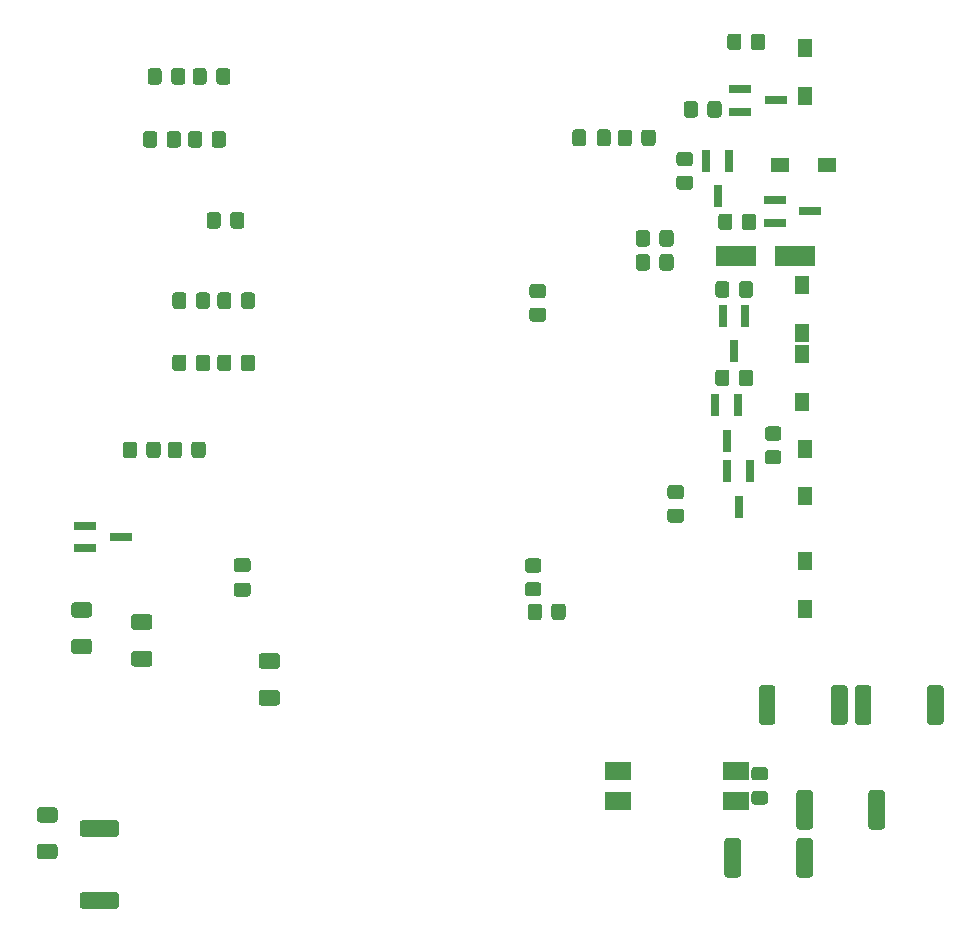
<source format=gbp>
G04 #@! TF.GenerationSoftware,KiCad,Pcbnew,(5.1.8)-1*
G04 #@! TF.CreationDate,2021-07-21T13:46:01+02:00*
G04 #@! TF.ProjectId,sensactOutdoor,73656e73-6163-4744-9f75-74646f6f722e,rev?*
G04 #@! TF.SameCoordinates,Original*
G04 #@! TF.FileFunction,Paste,Bot*
G04 #@! TF.FilePolarity,Positive*
%FSLAX46Y46*%
G04 Gerber Fmt 4.6, Leading zero omitted, Abs format (unit mm)*
G04 Created by KiCad (PCBNEW (5.1.8)-1) date 2021-07-21 13:46:01*
%MOMM*%
%LPD*%
G01*
G04 APERTURE LIST*
%ADD10R,1.200000X1.600000*%
%ADD11R,1.600000X1.200000*%
%ADD12R,2.300000X1.500000*%
%ADD13R,1.900000X0.800000*%
%ADD14R,0.800000X1.900000*%
%ADD15R,3.500000X1.800000*%
G04 APERTURE END LIST*
G36*
G01*
X90100999Y-57169000D02*
X91001001Y-57169000D01*
G75*
G02*
X91251000Y-57418999I0J-249999D01*
G01*
X91251000Y-58119001D01*
G75*
G02*
X91001001Y-58369000I-249999J0D01*
G01*
X90100999Y-58369000D01*
G75*
G02*
X89851000Y-58119001I0J249999D01*
G01*
X89851000Y-57418999D01*
G75*
G02*
X90100999Y-57169000I249999J0D01*
G01*
G37*
G36*
G01*
X90100999Y-55169000D02*
X91001001Y-55169000D01*
G75*
G02*
X91251000Y-55418999I0J-249999D01*
G01*
X91251000Y-56119001D01*
G75*
G02*
X91001001Y-56369000I-249999J0D01*
G01*
X90100999Y-56369000D01*
G75*
G02*
X89851000Y-56119001I0J249999D01*
G01*
X89851000Y-55418999D01*
G75*
G02*
X90100999Y-55169000I249999J0D01*
G01*
G37*
D10*
X93218000Y-66580000D03*
X93218000Y-70580000D03*
X93218000Y-57055000D03*
X93218000Y-61055000D03*
X92964000Y-49054000D03*
X92964000Y-53054000D03*
X92964000Y-47212000D03*
X92964000Y-43212000D03*
D11*
X91091000Y-33020000D03*
X95091000Y-33020000D03*
D10*
X93218000Y-23146000D03*
X93218000Y-27146000D03*
G36*
G01*
X31374999Y-73150000D02*
X32625001Y-73150000D01*
G75*
G02*
X32875000Y-73399999I0J-249999D01*
G01*
X32875000Y-74200001D01*
G75*
G02*
X32625001Y-74450000I-249999J0D01*
G01*
X31374999Y-74450000D01*
G75*
G02*
X31125000Y-74200001I0J249999D01*
G01*
X31125000Y-73399999D01*
G75*
G02*
X31374999Y-73150000I249999J0D01*
G01*
G37*
G36*
G01*
X31374999Y-70050000D02*
X32625001Y-70050000D01*
G75*
G02*
X32875000Y-70299999I0J-249999D01*
G01*
X32875000Y-71100001D01*
G75*
G02*
X32625001Y-71350000I-249999J0D01*
G01*
X31374999Y-71350000D01*
G75*
G02*
X31125000Y-71100001I0J249999D01*
G01*
X31125000Y-70299999D01*
G75*
G02*
X31374999Y-70050000I249999J0D01*
G01*
G37*
D12*
X77423000Y-84328000D03*
X77423000Y-86868000D03*
X87423000Y-86868000D03*
X87423000Y-84328000D03*
G36*
G01*
X88957999Y-86039000D02*
X89858001Y-86039000D01*
G75*
G02*
X90108000Y-86288999I0J-249999D01*
G01*
X90108000Y-86939001D01*
G75*
G02*
X89858001Y-87189000I-249999J0D01*
G01*
X88957999Y-87189000D01*
G75*
G02*
X88708000Y-86939001I0J249999D01*
G01*
X88708000Y-86288999D01*
G75*
G02*
X88957999Y-86039000I249999J0D01*
G01*
G37*
G36*
G01*
X88957999Y-83989000D02*
X89858001Y-83989000D01*
G75*
G02*
X90108000Y-84238999I0J-249999D01*
G01*
X90108000Y-84889001D01*
G75*
G02*
X89858001Y-85139000I-249999J0D01*
G01*
X88957999Y-85139000D01*
G75*
G02*
X88708000Y-84889001I0J249999D01*
G01*
X88708000Y-84238999D01*
G75*
G02*
X88957999Y-83989000I249999J0D01*
G01*
G37*
G36*
G01*
X29708001Y-88698500D02*
X28457999Y-88698500D01*
G75*
G02*
X28208000Y-88448501I0J249999D01*
G01*
X28208000Y-87648499D01*
G75*
G02*
X28457999Y-87398500I249999J0D01*
G01*
X29708001Y-87398500D01*
G75*
G02*
X29958000Y-87648499I0J-249999D01*
G01*
X29958000Y-88448501D01*
G75*
G02*
X29708001Y-88698500I-249999J0D01*
G01*
G37*
G36*
G01*
X29708001Y-91798500D02*
X28457999Y-91798500D01*
G75*
G02*
X28208000Y-91548501I0J249999D01*
G01*
X28208000Y-90748499D01*
G75*
G02*
X28457999Y-90498500I249999J0D01*
G01*
X29708001Y-90498500D01*
G75*
G02*
X29958000Y-90748499I0J-249999D01*
G01*
X29958000Y-91548501D01*
G75*
G02*
X29708001Y-91798500I-249999J0D01*
G01*
G37*
G36*
G01*
X34925001Y-89900000D02*
X32074999Y-89900000D01*
G75*
G02*
X31825000Y-89650001I0J249999D01*
G01*
X31825000Y-88749999D01*
G75*
G02*
X32074999Y-88500000I249999J0D01*
G01*
X34925001Y-88500000D01*
G75*
G02*
X35175000Y-88749999I0J-249999D01*
G01*
X35175000Y-89650001D01*
G75*
G02*
X34925001Y-89900000I-249999J0D01*
G01*
G37*
G36*
G01*
X34925001Y-96000000D02*
X32074999Y-96000000D01*
G75*
G02*
X31825000Y-95750001I0J249999D01*
G01*
X31825000Y-94849999D01*
G75*
G02*
X32074999Y-94600000I249999J0D01*
G01*
X34925001Y-94600000D01*
G75*
G02*
X35175000Y-94849999I0J-249999D01*
G01*
X35175000Y-95750001D01*
G75*
G02*
X34925001Y-96000000I-249999J0D01*
G01*
G37*
G36*
G01*
X71062001Y-44304000D02*
X70161999Y-44304000D01*
G75*
G02*
X69912000Y-44054001I0J249999D01*
G01*
X69912000Y-43353999D01*
G75*
G02*
X70161999Y-43104000I249999J0D01*
G01*
X71062001Y-43104000D01*
G75*
G02*
X71312000Y-43353999I0J-249999D01*
G01*
X71312000Y-44054001D01*
G75*
G02*
X71062001Y-44304000I-249999J0D01*
G01*
G37*
G36*
G01*
X71062001Y-46304000D02*
X70161999Y-46304000D01*
G75*
G02*
X69912000Y-46054001I0J249999D01*
G01*
X69912000Y-45353999D01*
G75*
G02*
X70161999Y-45104000I249999J0D01*
G01*
X71062001Y-45104000D01*
G75*
G02*
X71312000Y-45353999I0J-249999D01*
G01*
X71312000Y-46054001D01*
G75*
G02*
X71062001Y-46304000I-249999J0D01*
G01*
G37*
G36*
G01*
X47228997Y-77481000D02*
X48529003Y-77481000D01*
G75*
G02*
X48779000Y-77730997I0J-249997D01*
G01*
X48779000Y-78556003D01*
G75*
G02*
X48529003Y-78806000I-249997J0D01*
G01*
X47228997Y-78806000D01*
G75*
G02*
X46979000Y-78556003I0J249997D01*
G01*
X46979000Y-77730997D01*
G75*
G02*
X47228997Y-77481000I249997J0D01*
G01*
G37*
G36*
G01*
X47228997Y-74356000D02*
X48529003Y-74356000D01*
G75*
G02*
X48779000Y-74605997I0J-249997D01*
G01*
X48779000Y-75431003D01*
G75*
G02*
X48529003Y-75681000I-249997J0D01*
G01*
X47228997Y-75681000D01*
G75*
G02*
X46979000Y-75431003I0J249997D01*
G01*
X46979000Y-74605997D01*
G75*
G02*
X47228997Y-74356000I249997J0D01*
G01*
G37*
D13*
X35306000Y-64516000D03*
X32306000Y-63566000D03*
X32306000Y-65466000D03*
G36*
G01*
X36433997Y-74179000D02*
X37734003Y-74179000D01*
G75*
G02*
X37984000Y-74428997I0J-249997D01*
G01*
X37984000Y-75254003D01*
G75*
G02*
X37734003Y-75504000I-249997J0D01*
G01*
X36433997Y-75504000D01*
G75*
G02*
X36184000Y-75254003I0J249997D01*
G01*
X36184000Y-74428997D01*
G75*
G02*
X36433997Y-74179000I249997J0D01*
G01*
G37*
G36*
G01*
X36433997Y-71054000D02*
X37734003Y-71054000D01*
G75*
G02*
X37984000Y-71303997I0J-249997D01*
G01*
X37984000Y-72129003D01*
G75*
G02*
X37734003Y-72379000I-249997J0D01*
G01*
X36433997Y-72379000D01*
G75*
G02*
X36184000Y-72129003I0J249997D01*
G01*
X36184000Y-71303997D01*
G75*
G02*
X36433997Y-71054000I249997J0D01*
G01*
G37*
D14*
X87630000Y-61952000D03*
X88580000Y-58952000D03*
X86680000Y-58952000D03*
G36*
G01*
X43780000Y-37268999D02*
X43780000Y-38169001D01*
G75*
G02*
X43530001Y-38419000I-249999J0D01*
G01*
X42829999Y-38419000D01*
G75*
G02*
X42580000Y-38169001I0J249999D01*
G01*
X42580000Y-37268999D01*
G75*
G02*
X42829999Y-37019000I249999J0D01*
G01*
X43530001Y-37019000D01*
G75*
G02*
X43780000Y-37268999I0J-249999D01*
G01*
G37*
G36*
G01*
X45780000Y-37268999D02*
X45780000Y-38169001D01*
G75*
G02*
X45530001Y-38419000I-249999J0D01*
G01*
X44829999Y-38419000D01*
G75*
G02*
X44580000Y-38169001I0J249999D01*
G01*
X44580000Y-37268999D01*
G75*
G02*
X44829999Y-37019000I249999J0D01*
G01*
X45530001Y-37019000D01*
G75*
G02*
X45780000Y-37268999I0J-249999D01*
G01*
G37*
D13*
X90781000Y-27559000D03*
X87781000Y-26609000D03*
X87781000Y-28509000D03*
G36*
G01*
X92520000Y-93119001D02*
X92520000Y-90268999D01*
G75*
G02*
X92769999Y-90019000I249999J0D01*
G01*
X93670001Y-90019000D01*
G75*
G02*
X93920000Y-90268999I0J-249999D01*
G01*
X93920000Y-93119001D01*
G75*
G02*
X93670001Y-93369000I-249999J0D01*
G01*
X92769999Y-93369000D01*
G75*
G02*
X92520000Y-93119001I0J249999D01*
G01*
G37*
G36*
G01*
X86420000Y-93119001D02*
X86420000Y-90268999D01*
G75*
G02*
X86669999Y-90019000I249999J0D01*
G01*
X87570001Y-90019000D01*
G75*
G02*
X87820000Y-90268999I0J-249999D01*
G01*
X87820000Y-93119001D01*
G75*
G02*
X87570001Y-93369000I-249999J0D01*
G01*
X86669999Y-93369000D01*
G75*
G02*
X86420000Y-93119001I0J249999D01*
G01*
G37*
G36*
G01*
X70974000Y-70415999D02*
X70974000Y-71316001D01*
G75*
G02*
X70724001Y-71566000I-249999J0D01*
G01*
X70023999Y-71566000D01*
G75*
G02*
X69774000Y-71316001I0J249999D01*
G01*
X69774000Y-70415999D01*
G75*
G02*
X70023999Y-70166000I249999J0D01*
G01*
X70724001Y-70166000D01*
G75*
G02*
X70974000Y-70415999I0J-249999D01*
G01*
G37*
G36*
G01*
X72974000Y-70415999D02*
X72974000Y-71316001D01*
G75*
G02*
X72724001Y-71566000I-249999J0D01*
G01*
X72023999Y-71566000D01*
G75*
G02*
X71774000Y-71316001I0J249999D01*
G01*
X71774000Y-70415999D01*
G75*
G02*
X72023999Y-70166000I249999J0D01*
G01*
X72724001Y-70166000D01*
G75*
G02*
X72974000Y-70415999I0J-249999D01*
G01*
G37*
G36*
G01*
X98616000Y-89055001D02*
X98616000Y-86204999D01*
G75*
G02*
X98865999Y-85955000I249999J0D01*
G01*
X99766001Y-85955000D01*
G75*
G02*
X100016000Y-86204999I0J-249999D01*
G01*
X100016000Y-89055001D01*
G75*
G02*
X99766001Y-89305000I-249999J0D01*
G01*
X98865999Y-89305000D01*
G75*
G02*
X98616000Y-89055001I0J249999D01*
G01*
G37*
G36*
G01*
X92516000Y-89055001D02*
X92516000Y-86204999D01*
G75*
G02*
X92765999Y-85955000I249999J0D01*
G01*
X93666001Y-85955000D01*
G75*
G02*
X93916000Y-86204999I0J-249999D01*
G01*
X93916000Y-89055001D01*
G75*
G02*
X93666001Y-89305000I-249999J0D01*
G01*
X92765999Y-89305000D01*
G75*
G02*
X92516000Y-89055001I0J249999D01*
G01*
G37*
G36*
G01*
X103569000Y-80165001D02*
X103569000Y-77314999D01*
G75*
G02*
X103818999Y-77065000I249999J0D01*
G01*
X104719001Y-77065000D01*
G75*
G02*
X104969000Y-77314999I0J-249999D01*
G01*
X104969000Y-80165001D01*
G75*
G02*
X104719001Y-80415000I-249999J0D01*
G01*
X103818999Y-80415000D01*
G75*
G02*
X103569000Y-80165001I0J249999D01*
G01*
G37*
G36*
G01*
X97469000Y-80165001D02*
X97469000Y-77314999D01*
G75*
G02*
X97718999Y-77065000I249999J0D01*
G01*
X98619001Y-77065000D01*
G75*
G02*
X98869000Y-77314999I0J-249999D01*
G01*
X98869000Y-80165001D01*
G75*
G02*
X98619001Y-80415000I-249999J0D01*
G01*
X97718999Y-80415000D01*
G75*
G02*
X97469000Y-80165001I0J249999D01*
G01*
G37*
G36*
G01*
X95441000Y-80165001D02*
X95441000Y-77314999D01*
G75*
G02*
X95690999Y-77065000I249999J0D01*
G01*
X96591001Y-77065000D01*
G75*
G02*
X96841000Y-77314999I0J-249999D01*
G01*
X96841000Y-80165001D01*
G75*
G02*
X96591001Y-80415000I-249999J0D01*
G01*
X95690999Y-80415000D01*
G75*
G02*
X95441000Y-80165001I0J249999D01*
G01*
G37*
G36*
G01*
X89341000Y-80165001D02*
X89341000Y-77314999D01*
G75*
G02*
X89590999Y-77065000I249999J0D01*
G01*
X90491001Y-77065000D01*
G75*
G02*
X90741000Y-77314999I0J-249999D01*
G01*
X90741000Y-80165001D01*
G75*
G02*
X90491001Y-80415000I-249999J0D01*
G01*
X89590999Y-80415000D01*
G75*
G02*
X89341000Y-80165001I0J249999D01*
G01*
G37*
G36*
G01*
X70681001Y-67545000D02*
X69780999Y-67545000D01*
G75*
G02*
X69531000Y-67295001I0J249999D01*
G01*
X69531000Y-66594999D01*
G75*
G02*
X69780999Y-66345000I249999J0D01*
G01*
X70681001Y-66345000D01*
G75*
G02*
X70931000Y-66594999I0J-249999D01*
G01*
X70931000Y-67295001D01*
G75*
G02*
X70681001Y-67545000I-249999J0D01*
G01*
G37*
G36*
G01*
X70681001Y-69545000D02*
X69780999Y-69545000D01*
G75*
G02*
X69531000Y-69295001I0J249999D01*
G01*
X69531000Y-68594999D01*
G75*
G02*
X69780999Y-68345000I249999J0D01*
G01*
X70681001Y-68345000D01*
G75*
G02*
X70931000Y-68594999I0J-249999D01*
G01*
X70931000Y-69295001D01*
G75*
G02*
X70681001Y-69545000I-249999J0D01*
G01*
G37*
D15*
X92416000Y-40767000D03*
X87416000Y-40767000D03*
G36*
G01*
X82746001Y-61322000D02*
X81845999Y-61322000D01*
G75*
G02*
X81596000Y-61072001I0J249999D01*
G01*
X81596000Y-60371999D01*
G75*
G02*
X81845999Y-60122000I249999J0D01*
G01*
X82746001Y-60122000D01*
G75*
G02*
X82996000Y-60371999I0J-249999D01*
G01*
X82996000Y-61072001D01*
G75*
G02*
X82746001Y-61322000I-249999J0D01*
G01*
G37*
G36*
G01*
X82746001Y-63322000D02*
X81845999Y-63322000D01*
G75*
G02*
X81596000Y-63072001I0J249999D01*
G01*
X81596000Y-62371999D01*
G75*
G02*
X81845999Y-62122000I249999J0D01*
G01*
X82746001Y-62122000D01*
G75*
G02*
X82996000Y-62371999I0J-249999D01*
G01*
X82996000Y-63072001D01*
G75*
G02*
X82746001Y-63322000I-249999J0D01*
G01*
G37*
G36*
G01*
X46068000Y-67495000D02*
X45118000Y-67495000D01*
G75*
G02*
X44868000Y-67245000I0J250000D01*
G01*
X44868000Y-66570000D01*
G75*
G02*
X45118000Y-66320000I250000J0D01*
G01*
X46068000Y-66320000D01*
G75*
G02*
X46318000Y-66570000I0J-250000D01*
G01*
X46318000Y-67245000D01*
G75*
G02*
X46068000Y-67495000I-250000J0D01*
G01*
G37*
G36*
G01*
X46068000Y-69570000D02*
X45118000Y-69570000D01*
G75*
G02*
X44868000Y-69320000I0J250000D01*
G01*
X44868000Y-68645000D01*
G75*
G02*
X45118000Y-68395000I250000J0D01*
G01*
X46068000Y-68395000D01*
G75*
G02*
X46318000Y-68645000I0J-250000D01*
G01*
X46318000Y-69320000D01*
G75*
G02*
X46068000Y-69570000I-250000J0D01*
G01*
G37*
G36*
G01*
X80918000Y-39693001D02*
X80918000Y-38792999D01*
G75*
G02*
X81167999Y-38543000I249999J0D01*
G01*
X81868001Y-38543000D01*
G75*
G02*
X82118000Y-38792999I0J-249999D01*
G01*
X82118000Y-39693001D01*
G75*
G02*
X81868001Y-39943000I-249999J0D01*
G01*
X81167999Y-39943000D01*
G75*
G02*
X80918000Y-39693001I0J249999D01*
G01*
G37*
G36*
G01*
X78918000Y-39693001D02*
X78918000Y-38792999D01*
G75*
G02*
X79167999Y-38543000I249999J0D01*
G01*
X79868001Y-38543000D01*
G75*
G02*
X80118000Y-38792999I0J-249999D01*
G01*
X80118000Y-39693001D01*
G75*
G02*
X79868001Y-39943000I-249999J0D01*
G01*
X79167999Y-39943000D01*
G75*
G02*
X78918000Y-39693001I0J249999D01*
G01*
G37*
G36*
G01*
X80918000Y-41725001D02*
X80918000Y-40824999D01*
G75*
G02*
X81167999Y-40575000I249999J0D01*
G01*
X81868001Y-40575000D01*
G75*
G02*
X82118000Y-40824999I0J-249999D01*
G01*
X82118000Y-41725001D01*
G75*
G02*
X81868001Y-41975000I-249999J0D01*
G01*
X81167999Y-41975000D01*
G75*
G02*
X80918000Y-41725001I0J249999D01*
G01*
G37*
G36*
G01*
X78918000Y-41725001D02*
X78918000Y-40824999D01*
G75*
G02*
X79167999Y-40575000I249999J0D01*
G01*
X79868001Y-40575000D01*
G75*
G02*
X80118000Y-40824999I0J-249999D01*
G01*
X80118000Y-41725001D01*
G75*
G02*
X79868001Y-41975000I-249999J0D01*
G01*
X79167999Y-41975000D01*
G75*
G02*
X78918000Y-41725001I0J249999D01*
G01*
G37*
G36*
G01*
X79394000Y-31184001D02*
X79394000Y-30283999D01*
G75*
G02*
X79643999Y-30034000I249999J0D01*
G01*
X80344001Y-30034000D01*
G75*
G02*
X80594000Y-30283999I0J-249999D01*
G01*
X80594000Y-31184001D01*
G75*
G02*
X80344001Y-31434000I-249999J0D01*
G01*
X79643999Y-31434000D01*
G75*
G02*
X79394000Y-31184001I0J249999D01*
G01*
G37*
G36*
G01*
X77394000Y-31184001D02*
X77394000Y-30283999D01*
G75*
G02*
X77643999Y-30034000I249999J0D01*
G01*
X78344001Y-30034000D01*
G75*
G02*
X78594000Y-30283999I0J-249999D01*
G01*
X78594000Y-31184001D01*
G75*
G02*
X78344001Y-31434000I-249999J0D01*
G01*
X77643999Y-31434000D01*
G75*
G02*
X77394000Y-31184001I0J249999D01*
G01*
G37*
G36*
G01*
X75612500Y-31209000D02*
X75612500Y-30259000D01*
G75*
G02*
X75862500Y-30009000I250000J0D01*
G01*
X76537500Y-30009000D01*
G75*
G02*
X76787500Y-30259000I0J-250000D01*
G01*
X76787500Y-31209000D01*
G75*
G02*
X76537500Y-31459000I-250000J0D01*
G01*
X75862500Y-31459000D01*
G75*
G02*
X75612500Y-31209000I0J250000D01*
G01*
G37*
G36*
G01*
X73537500Y-31209000D02*
X73537500Y-30259000D01*
G75*
G02*
X73787500Y-30009000I250000J0D01*
G01*
X74462500Y-30009000D01*
G75*
G02*
X74712500Y-30259000I0J-250000D01*
G01*
X74712500Y-31209000D01*
G75*
G02*
X74462500Y-31459000I-250000J0D01*
G01*
X73787500Y-31459000D01*
G75*
G02*
X73537500Y-31209000I0J250000D01*
G01*
G37*
G36*
G01*
X44685000Y-49333999D02*
X44685000Y-50234001D01*
G75*
G02*
X44435001Y-50484000I-249999J0D01*
G01*
X43734999Y-50484000D01*
G75*
G02*
X43485000Y-50234001I0J249999D01*
G01*
X43485000Y-49333999D01*
G75*
G02*
X43734999Y-49084000I249999J0D01*
G01*
X44435001Y-49084000D01*
G75*
G02*
X44685000Y-49333999I0J-249999D01*
G01*
G37*
G36*
G01*
X46685000Y-49333999D02*
X46685000Y-50234001D01*
G75*
G02*
X46435001Y-50484000I-249999J0D01*
G01*
X45734999Y-50484000D01*
G75*
G02*
X45485000Y-50234001I0J249999D01*
G01*
X45485000Y-49333999D01*
G75*
G02*
X45734999Y-49084000I249999J0D01*
G01*
X46435001Y-49084000D01*
G75*
G02*
X46685000Y-49333999I0J-249999D01*
G01*
G37*
G36*
G01*
X44685000Y-44063499D02*
X44685000Y-44963501D01*
G75*
G02*
X44435001Y-45213500I-249999J0D01*
G01*
X43734999Y-45213500D01*
G75*
G02*
X43485000Y-44963501I0J249999D01*
G01*
X43485000Y-44063499D01*
G75*
G02*
X43734999Y-43813500I249999J0D01*
G01*
X44435001Y-43813500D01*
G75*
G02*
X44685000Y-44063499I0J-249999D01*
G01*
G37*
G36*
G01*
X46685000Y-44063499D02*
X46685000Y-44963501D01*
G75*
G02*
X46435001Y-45213500I-249999J0D01*
G01*
X45734999Y-45213500D01*
G75*
G02*
X45485000Y-44963501I0J249999D01*
G01*
X45485000Y-44063499D01*
G75*
G02*
X45734999Y-43813500I249999J0D01*
G01*
X46435001Y-43813500D01*
G75*
G02*
X46685000Y-44063499I0J-249999D01*
G01*
G37*
G36*
G01*
X86849000Y-50603999D02*
X86849000Y-51504001D01*
G75*
G02*
X86599001Y-51754000I-249999J0D01*
G01*
X85898999Y-51754000D01*
G75*
G02*
X85649000Y-51504001I0J249999D01*
G01*
X85649000Y-50603999D01*
G75*
G02*
X85898999Y-50354000I249999J0D01*
G01*
X86599001Y-50354000D01*
G75*
G02*
X86849000Y-50603999I0J-249999D01*
G01*
G37*
G36*
G01*
X88849000Y-50603999D02*
X88849000Y-51504001D01*
G75*
G02*
X88599001Y-51754000I-249999J0D01*
G01*
X87898999Y-51754000D01*
G75*
G02*
X87649000Y-51504001I0J249999D01*
G01*
X87649000Y-50603999D01*
G75*
G02*
X87898999Y-50354000I249999J0D01*
G01*
X88599001Y-50354000D01*
G75*
G02*
X88849000Y-50603999I0J-249999D01*
G01*
G37*
D14*
X86614000Y-56364000D03*
X87564000Y-53364000D03*
X85664000Y-53364000D03*
G36*
G01*
X40875000Y-49333999D02*
X40875000Y-50234001D01*
G75*
G02*
X40625001Y-50484000I-249999J0D01*
G01*
X39924999Y-50484000D01*
G75*
G02*
X39675000Y-50234001I0J249999D01*
G01*
X39675000Y-49333999D01*
G75*
G02*
X39924999Y-49084000I249999J0D01*
G01*
X40625001Y-49084000D01*
G75*
G02*
X40875000Y-49333999I0J-249999D01*
G01*
G37*
G36*
G01*
X42875000Y-49333999D02*
X42875000Y-50234001D01*
G75*
G02*
X42625001Y-50484000I-249999J0D01*
G01*
X41924999Y-50484000D01*
G75*
G02*
X41675000Y-50234001I0J249999D01*
G01*
X41675000Y-49333999D01*
G75*
G02*
X41924999Y-49084000I249999J0D01*
G01*
X42625001Y-49084000D01*
G75*
G02*
X42875000Y-49333999I0J-249999D01*
G01*
G37*
G36*
G01*
X40875000Y-44063499D02*
X40875000Y-44963501D01*
G75*
G02*
X40625001Y-45213500I-249999J0D01*
G01*
X39924999Y-45213500D01*
G75*
G02*
X39675000Y-44963501I0J249999D01*
G01*
X39675000Y-44063499D01*
G75*
G02*
X39924999Y-43813500I249999J0D01*
G01*
X40625001Y-43813500D01*
G75*
G02*
X40875000Y-44063499I0J-249999D01*
G01*
G37*
G36*
G01*
X42875000Y-44063499D02*
X42875000Y-44963501D01*
G75*
G02*
X42625001Y-45213500I-249999J0D01*
G01*
X41924999Y-45213500D01*
G75*
G02*
X41675000Y-44963501I0J249999D01*
G01*
X41675000Y-44063499D01*
G75*
G02*
X41924999Y-43813500I249999J0D01*
G01*
X42625001Y-43813500D01*
G75*
G02*
X42875000Y-44063499I0J-249999D01*
G01*
G37*
G36*
G01*
X38398500Y-30410999D02*
X38398500Y-31311001D01*
G75*
G02*
X38148501Y-31561000I-249999J0D01*
G01*
X37448499Y-31561000D01*
G75*
G02*
X37198500Y-31311001I0J249999D01*
G01*
X37198500Y-30410999D01*
G75*
G02*
X37448499Y-30161000I249999J0D01*
G01*
X38148501Y-30161000D01*
G75*
G02*
X38398500Y-30410999I0J-249999D01*
G01*
G37*
G36*
G01*
X40398500Y-30410999D02*
X40398500Y-31311001D01*
G75*
G02*
X40148501Y-31561000I-249999J0D01*
G01*
X39448499Y-31561000D01*
G75*
G02*
X39198500Y-31311001I0J249999D01*
G01*
X39198500Y-30410999D01*
G75*
G02*
X39448499Y-30161000I249999J0D01*
G01*
X40148501Y-30161000D01*
G75*
G02*
X40398500Y-30410999I0J-249999D01*
G01*
G37*
G36*
G01*
X42208500Y-30410999D02*
X42208500Y-31311001D01*
G75*
G02*
X41958501Y-31561000I-249999J0D01*
G01*
X41258499Y-31561000D01*
G75*
G02*
X41008500Y-31311001I0J249999D01*
G01*
X41008500Y-30410999D01*
G75*
G02*
X41258499Y-30161000I249999J0D01*
G01*
X41958501Y-30161000D01*
G75*
G02*
X42208500Y-30410999I0J-249999D01*
G01*
G37*
G36*
G01*
X44208500Y-30410999D02*
X44208500Y-31311001D01*
G75*
G02*
X43958501Y-31561000I-249999J0D01*
G01*
X43258499Y-31561000D01*
G75*
G02*
X43008500Y-31311001I0J249999D01*
G01*
X43008500Y-30410999D01*
G75*
G02*
X43258499Y-30161000I249999J0D01*
G01*
X43958501Y-30161000D01*
G75*
G02*
X44208500Y-30410999I0J-249999D01*
G01*
G37*
G36*
G01*
X38779500Y-25076999D02*
X38779500Y-25977001D01*
G75*
G02*
X38529501Y-26227000I-249999J0D01*
G01*
X37829499Y-26227000D01*
G75*
G02*
X37579500Y-25977001I0J249999D01*
G01*
X37579500Y-25076999D01*
G75*
G02*
X37829499Y-24827000I249999J0D01*
G01*
X38529501Y-24827000D01*
G75*
G02*
X38779500Y-25076999I0J-249999D01*
G01*
G37*
G36*
G01*
X40779500Y-25076999D02*
X40779500Y-25977001D01*
G75*
G02*
X40529501Y-26227000I-249999J0D01*
G01*
X39829499Y-26227000D01*
G75*
G02*
X39579500Y-25977001I0J249999D01*
G01*
X39579500Y-25076999D01*
G75*
G02*
X39829499Y-24827000I249999J0D01*
G01*
X40529501Y-24827000D01*
G75*
G02*
X40779500Y-25076999I0J-249999D01*
G01*
G37*
G36*
G01*
X42589500Y-25076999D02*
X42589500Y-25977001D01*
G75*
G02*
X42339501Y-26227000I-249999J0D01*
G01*
X41639499Y-26227000D01*
G75*
G02*
X41389500Y-25977001I0J249999D01*
G01*
X41389500Y-25076999D01*
G75*
G02*
X41639499Y-24827000I249999J0D01*
G01*
X42339501Y-24827000D01*
G75*
G02*
X42589500Y-25076999I0J-249999D01*
G01*
G37*
G36*
G01*
X44589500Y-25076999D02*
X44589500Y-25977001D01*
G75*
G02*
X44339501Y-26227000I-249999J0D01*
G01*
X43639499Y-26227000D01*
G75*
G02*
X43389500Y-25977001I0J249999D01*
G01*
X43389500Y-25076999D01*
G75*
G02*
X43639499Y-24827000I249999J0D01*
G01*
X44339501Y-24827000D01*
G75*
G02*
X44589500Y-25076999I0J-249999D01*
G01*
G37*
G36*
G01*
X88665000Y-23056001D02*
X88665000Y-22155999D01*
G75*
G02*
X88914999Y-21906000I249999J0D01*
G01*
X89615001Y-21906000D01*
G75*
G02*
X89865000Y-22155999I0J-249999D01*
G01*
X89865000Y-23056001D01*
G75*
G02*
X89615001Y-23306000I-249999J0D01*
G01*
X88914999Y-23306000D01*
G75*
G02*
X88665000Y-23056001I0J249999D01*
G01*
G37*
G36*
G01*
X86665000Y-23056001D02*
X86665000Y-22155999D01*
G75*
G02*
X86914999Y-21906000I249999J0D01*
G01*
X87615001Y-21906000D01*
G75*
G02*
X87865000Y-22155999I0J-249999D01*
G01*
X87865000Y-23056001D01*
G75*
G02*
X87615001Y-23306000I-249999J0D01*
G01*
X86914999Y-23306000D01*
G75*
G02*
X86665000Y-23056001I0J249999D01*
G01*
G37*
G36*
G01*
X36684000Y-56699999D02*
X36684000Y-57600001D01*
G75*
G02*
X36434001Y-57850000I-249999J0D01*
G01*
X35733999Y-57850000D01*
G75*
G02*
X35484000Y-57600001I0J249999D01*
G01*
X35484000Y-56699999D01*
G75*
G02*
X35733999Y-56450000I249999J0D01*
G01*
X36434001Y-56450000D01*
G75*
G02*
X36684000Y-56699999I0J-249999D01*
G01*
G37*
G36*
G01*
X38684000Y-56699999D02*
X38684000Y-57600001D01*
G75*
G02*
X38434001Y-57850000I-249999J0D01*
G01*
X37733999Y-57850000D01*
G75*
G02*
X37484000Y-57600001I0J249999D01*
G01*
X37484000Y-56699999D01*
G75*
G02*
X37733999Y-56450000I249999J0D01*
G01*
X38434001Y-56450000D01*
G75*
G02*
X38684000Y-56699999I0J-249999D01*
G01*
G37*
G36*
G01*
X40494000Y-56699999D02*
X40494000Y-57600001D01*
G75*
G02*
X40244001Y-57850000I-249999J0D01*
G01*
X39543999Y-57850000D01*
G75*
G02*
X39294000Y-57600001I0J249999D01*
G01*
X39294000Y-56699999D01*
G75*
G02*
X39543999Y-56450000I249999J0D01*
G01*
X40244001Y-56450000D01*
G75*
G02*
X40494000Y-56699999I0J-249999D01*
G01*
G37*
G36*
G01*
X42494000Y-56699999D02*
X42494000Y-57600001D01*
G75*
G02*
X42244001Y-57850000I-249999J0D01*
G01*
X41543999Y-57850000D01*
G75*
G02*
X41294000Y-57600001I0J249999D01*
G01*
X41294000Y-56699999D01*
G75*
G02*
X41543999Y-56450000I249999J0D01*
G01*
X42244001Y-56450000D01*
G75*
G02*
X42494000Y-56699999I0J-249999D01*
G01*
G37*
G36*
G01*
X86849000Y-43110999D02*
X86849000Y-44011001D01*
G75*
G02*
X86599001Y-44261000I-249999J0D01*
G01*
X85898999Y-44261000D01*
G75*
G02*
X85649000Y-44011001I0J249999D01*
G01*
X85649000Y-43110999D01*
G75*
G02*
X85898999Y-42861000I249999J0D01*
G01*
X86599001Y-42861000D01*
G75*
G02*
X86849000Y-43110999I0J-249999D01*
G01*
G37*
G36*
G01*
X88849000Y-43110999D02*
X88849000Y-44011001D01*
G75*
G02*
X88599001Y-44261000I-249999J0D01*
G01*
X87898999Y-44261000D01*
G75*
G02*
X87649000Y-44011001I0J249999D01*
G01*
X87649000Y-43110999D01*
G75*
G02*
X87898999Y-42861000I249999J0D01*
G01*
X88599001Y-42861000D01*
G75*
G02*
X88849000Y-43110999I0J-249999D01*
G01*
G37*
G36*
G01*
X87903000Y-38296001D02*
X87903000Y-37395999D01*
G75*
G02*
X88152999Y-37146000I249999J0D01*
G01*
X88853001Y-37146000D01*
G75*
G02*
X89103000Y-37395999I0J-249999D01*
G01*
X89103000Y-38296001D01*
G75*
G02*
X88853001Y-38546000I-249999J0D01*
G01*
X88152999Y-38546000D01*
G75*
G02*
X87903000Y-38296001I0J249999D01*
G01*
G37*
G36*
G01*
X85903000Y-38296001D02*
X85903000Y-37395999D01*
G75*
G02*
X86152999Y-37146000I249999J0D01*
G01*
X86853001Y-37146000D01*
G75*
G02*
X87103000Y-37395999I0J-249999D01*
G01*
X87103000Y-38296001D01*
G75*
G02*
X86853001Y-38546000I-249999J0D01*
G01*
X86152999Y-38546000D01*
G75*
G02*
X85903000Y-38296001I0J249999D01*
G01*
G37*
G36*
G01*
X82607999Y-33928000D02*
X83508001Y-33928000D01*
G75*
G02*
X83758000Y-34177999I0J-249999D01*
G01*
X83758000Y-34878001D01*
G75*
G02*
X83508001Y-35128000I-249999J0D01*
G01*
X82607999Y-35128000D01*
G75*
G02*
X82358000Y-34878001I0J249999D01*
G01*
X82358000Y-34177999D01*
G75*
G02*
X82607999Y-33928000I249999J0D01*
G01*
G37*
G36*
G01*
X82607999Y-31928000D02*
X83508001Y-31928000D01*
G75*
G02*
X83758000Y-32177999I0J-249999D01*
G01*
X83758000Y-32878001D01*
G75*
G02*
X83508001Y-33128000I-249999J0D01*
G01*
X82607999Y-33128000D01*
G75*
G02*
X82358000Y-32878001I0J249999D01*
G01*
X82358000Y-32177999D01*
G75*
G02*
X82607999Y-31928000I249999J0D01*
G01*
G37*
G36*
G01*
X84982000Y-28771001D02*
X84982000Y-27870999D01*
G75*
G02*
X85231999Y-27621000I249999J0D01*
G01*
X85932001Y-27621000D01*
G75*
G02*
X86182000Y-27870999I0J-249999D01*
G01*
X86182000Y-28771001D01*
G75*
G02*
X85932001Y-29021000I-249999J0D01*
G01*
X85231999Y-29021000D01*
G75*
G02*
X84982000Y-28771001I0J249999D01*
G01*
G37*
G36*
G01*
X82982000Y-28771001D02*
X82982000Y-27870999D01*
G75*
G02*
X83231999Y-27621000I249999J0D01*
G01*
X83932001Y-27621000D01*
G75*
G02*
X84182000Y-27870999I0J-249999D01*
G01*
X84182000Y-28771001D01*
G75*
G02*
X83932001Y-29021000I-249999J0D01*
G01*
X83231999Y-29021000D01*
G75*
G02*
X82982000Y-28771001I0J249999D01*
G01*
G37*
X87249000Y-48807500D03*
X88199000Y-45807500D03*
X86299000Y-45807500D03*
D13*
X93702000Y-36957000D03*
X90702000Y-36007000D03*
X90702000Y-37907000D03*
D14*
X85852000Y-35663000D03*
X86802000Y-32663000D03*
X84902000Y-32663000D03*
M02*

</source>
